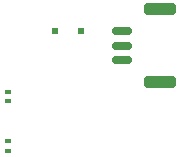
<source format=gbr>
%TF.GenerationSoftware,KiCad,Pcbnew,6.0.10-86aedd382b~118~ubuntu22.04.1*%
%TF.CreationDate,2023-02-07T19:31:44+01:00*%
%TF.ProjectId,connectorBoard,636f6e6e-6563-4746-9f72-426f6172642e,rev?*%
%TF.SameCoordinates,Original*%
%TF.FileFunction,Paste,Top*%
%TF.FilePolarity,Positive*%
%FSLAX46Y46*%
G04 Gerber Fmt 4.6, Leading zero omitted, Abs format (unit mm)*
G04 Created by KiCad (PCBNEW 6.0.10-86aedd382b~118~ubuntu22.04.1) date 2023-02-07 19:31:44*
%MOMM*%
%LPD*%
G01*
G04 APERTURE LIST*
G04 Aperture macros list*
%AMRoundRect*
0 Rectangle with rounded corners*
0 $1 Rounding radius*
0 $2 $3 $4 $5 $6 $7 $8 $9 X,Y pos of 4 corners*
0 Add a 4 corners polygon primitive as box body*
4,1,4,$2,$3,$4,$5,$6,$7,$8,$9,$2,$3,0*
0 Add four circle primitives for the rounded corners*
1,1,$1+$1,$2,$3*
1,1,$1+$1,$4,$5*
1,1,$1+$1,$6,$7*
1,1,$1+$1,$8,$9*
0 Add four rect primitives between the rounded corners*
20,1,$1+$1,$2,$3,$4,$5,0*
20,1,$1+$1,$4,$5,$6,$7,0*
20,1,$1+$1,$6,$7,$8,$9,0*
20,1,$1+$1,$8,$9,$2,$3,0*%
G04 Aperture macros list end*
%ADD10RoundRect,0.150000X0.700000X-0.150000X0.700000X0.150000X-0.700000X0.150000X-0.700000X-0.150000X0*%
%ADD11RoundRect,0.250000X1.100000X-0.250000X1.100000X0.250000X-1.100000X0.250000X-1.100000X-0.250000X0*%
%ADD12R,0.500000X0.500000*%
%ADD13R,0.560000X0.400000*%
G04 APERTURE END LIST*
D10*
%TO.C,J2*%
X196143000Y-96246000D03*
X196143000Y-94996000D03*
X196143000Y-93746000D03*
D11*
X199343000Y-98096000D03*
X199343000Y-91896000D03*
%TD*%
D12*
%TO.C,D1*%
X192616000Y-93726000D03*
X190416000Y-93726000D03*
%TD*%
D13*
%TO.C,D3*%
X186436000Y-98895000D03*
X186436000Y-99695000D03*
%TD*%
%TO.C,D2*%
X186436000Y-103105000D03*
X186436000Y-103905000D03*
%TD*%
M02*

</source>
